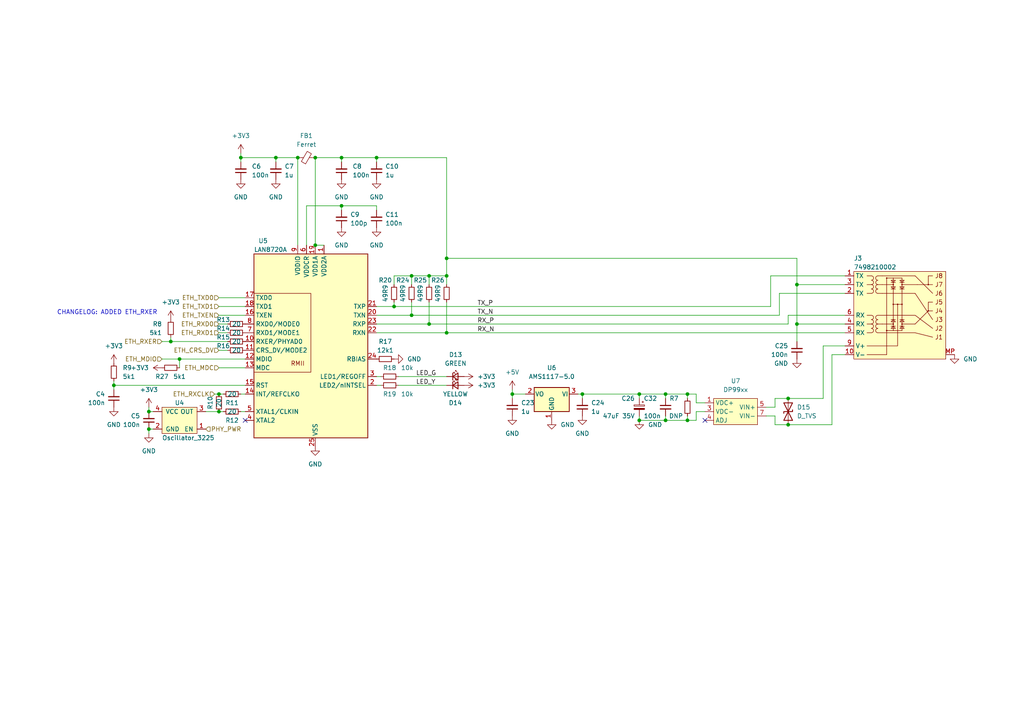
<source format=kicad_sch>
(kicad_sch (version 20211123) (generator eeschema)
  (paper "A4")
  (lib_symbols
    (symbol "Device:C_Polarized_Small" (pin_numbers hide) (pin_names (offset 0.254) hide)
      (property "Reference" "C" (at 0.254 1.778 0))
      (property "Value" "C_Polarized_Small" (at 0.254 -2.032 0))
      (symbol "C_Polarized_Small_0_1"
        (rectangle (start -1.524 -0.3048) (end 1.524 -0.6858) (fill (type outline)))
        (rectangle (start -1.524 0.6858) (end 1.524 0.3048))
        (polyline (pts (xy -1.27 1.524) (xy -0.762 1.524)))
        (polyline (pts (xy -1.016 1.27) (xy -1.016 1.778)))
      )
      (symbol "C_Polarized_Small_1_1"
        (pin passive line (at 0 2.54 270) (length 1.8542) (name "~") (number "1"))
        (pin passive line (at 0 -2.54 90) (length 1.8542) (name "~") (number "2"))
      )
    )
    (symbol "Device:C_Small" (pin_numbers hide) (pin_names (offset 0.254) hide)
      (property "Reference" "C" (at 0.254 1.778 0))
      (property "Value" "C_Small" (at 0.254 -2.032 0))
      (symbol "C_Small_0_1"
        (polyline (pts (xy -1.524 -0.508) (xy 1.524 -0.508)) (stroke (width 0.3302)))
        (polyline (pts (xy -1.524 0.508) (xy 1.524 0.508)) (stroke (width 0.3048)))
      )
      (symbol "C_Small_1_1"
        (pin passive line (at 0 2.54 270) (length 2.032) (name "~") (number "1"))
        (pin passive line (at 0 -2.54 90) (length 2.032) (name "~") (number "2"))
      )
    )
    (symbol "Device:D_TVS" (pin_numbers hide) (pin_names (offset 1.016) hide)
      (property "Reference" "D" (at 0 2.54 0))
      (property "Value" "D_TVS" (at 0 -2.54 0))
      (symbol "D_TVS_0_1"
        (polyline (pts (xy 1.27 0) (xy -1.27 0)))
        (polyline (pts (xy 0.508 1.27) (xy 0 1.27) (xy 0 -1.27) (xy -0.508 -1.27)) (stroke (width 0.254)))
        (polyline (pts (xy -2.54 1.27) (xy -2.54 -1.27) (xy 2.54 1.27) (xy 2.54 -1.27) (xy -2.54 1.27)) (stroke (width 0.254)))
      )
      (symbol "D_TVS_1_1"
        (pin passive line (at -3.81 0 0) (length 2.54) (name "A1") (number "1"))
        (pin passive line (at 3.81 0 180) (length 2.54) (name "A2") (number "2"))
      )
    )
    (symbol "Device:FerriteBead_Small" (pin_numbers hide) (pin_names (offset 0))
      (property "Reference" "FB" (at 1.905 1.27 0))
      (property "Value" "FerriteBead_Small" (at 1.905 -1.27 0))
      (symbol "FerriteBead_Small_0_1"
        (polyline (pts (xy 0 -1.27) (xy 0 -0.7874)))
        (polyline (pts (xy 0 0.889) (xy 0 1.2954)))
        (polyline (pts (xy -1.8288 0.2794) (xy -1.1176 1.4986) (xy 1.8288 -0.2032) (xy 1.1176 -1.4224) (xy -1.8288 0.2794)))
      )
      (symbol "FerriteBead_Small_1_1"
        (pin passive line (at 0 2.54 270) (length 1.27) (name "~") (number "1"))
        (pin passive line (at 0 -2.54 90) (length 1.27) (name "~") (number "2"))
      )
    )
    (symbol "Device:LED_Small" (pin_numbers hide) (pin_names (offset 0.254) hide)
      (property "Reference" "D" (at -1.27 3.175 0))
      (property "Value" "LED_Small" (at -4.445 -2.54 0))
      (symbol "LED_Small_0_1"
        (polyline (pts (xy -0.762 -1.016) (xy -0.762 1.016)) (stroke (width 0.254)))
        (polyline (pts (xy 1.016 0) (xy -0.762 0)))
        (polyline (pts (xy 0.762 -1.016) (xy -0.762 0) (xy 0.762 1.016) (xy 0.762 -1.016)) (stroke (width 0.254)))
        (polyline (pts (xy 0 0.762) (xy -0.508 1.27) (xy -0.254 1.27) (xy -0.508 1.27) (xy -0.508 1.016)))
        (polyline (pts (xy 0.508 1.27) (xy 0 1.778) (xy 0.254 1.778) (xy 0 1.778) (xy 0 1.524)))
      )
      (symbol "LED_Small_1_1"
        (pin passive line (at -2.54 0 0) (length 1.778) (name "K") (number "1"))
        (pin passive line (at 2.54 0 180) (length 1.778) (name "A") (number "2"))
      )
    )
    (symbol "Device:R_Small" (pin_numbers hide) (pin_names (offset 0.254) hide)
      (property "Reference" "R" (at 0.762 0.508 0))
      (property "Value" "R_Small" (at 0.762 -1.016 0))
      (symbol "R_Small_0_1"
        (rectangle (start -0.762 1.778) (end 0.762 -1.778) (stroke (width 0.2032)))
      )
      (symbol "R_Small_1_1"
        (pin passive line (at 0 2.54 270) (length 0.762) (name "~") (number "1"))
        (pin passive line (at 0 -2.54 90) (length 0.762) (name "~") (number "2"))
      )
    )
    (symbol "Interface_Ethernet:LAN8720A"
      (property "Reference" "U" (at -13.97 29.21 0))
      (property "Value" "LAN8720A" (at 15.24 29.21 0))
      (symbol "LAN8720A_0_0"
        (text "RMII" (at -5.08 -3.81 0) (effects (font (size 1.27 1.27))))
      )
      (symbol "LAN8720A_0_1"
        (rectangle (start -17.78 27.94) (end 15.24 -25.4) (stroke (width 0.254)) (fill (type background)))
        (polyline (pts (xy -17.78 -6.35) (xy -1.27 -6.35) (xy -1.27 16.51) (xy -17.78 16.51)))
      )
      (symbol "LAN8720A_1_1"
        (pin power_in line (at 2.54 30.48 270) (length 2.54) (name "VDD2A") (number "1"))
        (pin output line (at -20.32 2.54 0) (length 2.54) (name "RXER/PHYAD0") (number "10"))
        (pin output line (at -20.32 0 0) (length 2.54) (name "CRS_DV/MODE2") (number "11"))
        (pin bidirectional line (at -20.32 -2.54 0) (length 2.54) (name "MDIO") (number "12"))
        (pin input line (at -20.32 -5.08 0) (length 2.54) (name "MDC") (number "13"))
        (pin output line (at -20.32 -12.7 0) (length 2.54) (name "INT/REFCLKO") (number "14"))
        (pin input line (at -20.32 -10.16 0) (length 2.54) (name "RST") (number "15"))
        (pin input line (at -20.32 10.16 0) (length 2.54) (name "TXEN") (number "16"))
        (pin input line (at -20.32 15.24 0) (length 2.54) (name "TXD0") (number "17"))
        (pin input line (at -20.32 12.7 0) (length 2.54) (name "TXD1") (number "18"))
        (pin power_in line (at 0 30.48 270) (length 2.54) (name "VDD1A") (number "19"))
        (pin bidirectional line (at 17.78 -10.16 180) (length 2.54) (name "LED2/nINTSEL") (number "2"))
        (pin output line (at 17.78 10.16 180) (length 2.54) (name "TXN") (number "20"))
        (pin output line (at 17.78 12.7 180) (length 2.54) (name "TXP") (number "21"))
        (pin output line (at 17.78 5.08 180) (length 2.54) (name "RXN") (number "22"))
        (pin output line (at 17.78 7.62 180) (length 2.54) (name "RXP") (number "23"))
        (pin input line (at 17.78 -2.54 180) (length 2.54) (name "RBIAS") (number "24"))
        (pin power_in line (at 0 -27.94 90) (length 2.54) (name "VSS") (number "25"))
        (pin bidirectional line (at 17.78 -7.62 180) (length 2.54) (name "LED1/REGOFF") (number "3"))
        (pin passive line (at -20.32 -20.32 0) (length 2.54) (name "XTAL2") (number "4"))
        (pin passive line (at -20.32 -17.78 0) (length 2.54) (name "XTAL1/CLKIN") (number "5"))
        (pin power_in line (at -2.54 30.48 270) (length 2.54) (name "VDDCR") (number "6"))
        (pin output line (at -20.32 5.08 0) (length 2.54) (name "RXD1/MODE1") (number "7"))
        (pin output line (at -20.32 7.62 0) (length 2.54) (name "RXD0/MODE0") (number "8"))
        (pin power_in line (at -5.08 30.48 270) (length 2.54) (name "VDDIO") (number "9"))
      )
    )
    (symbol "Regulator_Linear:AMS1117-5.0" (pin_names (offset 0.254))
      (property "Reference" "U" (at -3.81 3.175 0))
      (property "Value" "AMS1117-5.0" (at 0 3.175 0))
      (symbol "AMS1117-5.0_0_1"
        (rectangle (start -5.08 -5.08) (end 5.08 1.905) (stroke (width 0.254)) (fill (type background)))
      )
      (symbol "AMS1117-5.0_1_1"
        (pin power_in line (at 0 -7.62 90) (length 2.54) (name "GND") (number "1"))
        (pin power_out line (at 7.62 0 180) (length 2.54) (name "VO") (number "2"))
        (pin power_in line (at -7.62 0 0) (length 2.54) (name "VI") (number "3"))
      )
    )
    (symbol "otter:+5V" (power) (pin_names (offset 0))
      (property "Value" "+5V" (at 0 3.556 0))
      (symbol "+5V_0_1"
        (polyline (pts (xy -0.762 1.27) (xy 0 2.54)))
        (polyline (pts (xy 0 0) (xy 0 2.54)))
        (polyline (pts (xy 0 2.54) (xy 0.762 1.27)))
      )
      (symbol "+5V_1_1"
        (pin power_in line (at 0 0 90) (length 0) hide (name "+5V") (number "1"))
      )
    )
    (symbol "otter:7498210002"
      (property "Reference" "J" (at 0 16.51 0))
      (property "Value" "7498210002" (at 0 13.97 0))
      (symbol "7498210002_0_0"
        (text "J1" (at 12.065 -6.35 0) (effects (font (size 1.27 1.27)) (justify left)))
        (text "J2" (at 12.065 -3.81 0) (effects (font (size 1.27 1.27)) (justify left)))
        (text "J3" (at 12.065 -1.27 0) (effects (font (size 1.27 1.27)) (justify left)))
        (text "J4" (at 12.065 1.27 0) (effects (font (size 1.27 1.27)) (justify left)))
        (text "J5" (at 12.065 3.81 0) (effects (font (size 1.27 1.27)) (justify left)))
        (text "J6" (at 12.065 6.35 0) (effects (font (size 1.27 1.27)) (justify left)))
        (text "J7" (at 12.065 8.89 0) (effects (font (size 1.27 1.27)) (justify left)))
        (text "J8" (at 12.065 11.43 0) (effects (font (size 1.27 1.27)) (justify left)))
      )
      (symbol "7498210002_0_1"
        (rectangle (start -11.43 12.7) (end 15.24 -12.7) (fill (type background)))
        (arc (start -6.35 -3.81) (mid -5.7262 -3.175) (end -6.35 -2.54))
        (arc (start -6.3387 -5.08) (mid -5.7149 -4.445) (end -6.3387 -3.81))
        (arc (start -6.3387 -2.54) (mid -5.7149 -1.905) (end -6.3387 -1.27))
        (arc (start -6.3387 -1.27) (mid -5.7149 -0.635) (end -6.3387 0))
        (arc (start -6.3387 7.62) (mid -5.7149 8.255) (end -6.3387 8.89))
        (arc (start -6.3274 6.35) (mid -5.7036 6.985) (end -6.3274 7.62))
        (arc (start -6.3274 8.89) (mid -5.7036 9.525) (end -6.3274 10.16))
        (arc (start -6.3274 10.16) (mid -5.7036 10.795) (end -6.3274 11.43))
        (arc (start -4.4676 -3.81) (mid -5.0914 -4.445) (end -4.4676 -5.08))
        (arc (start -4.4676 -2.54) (mid -5.0914 -3.175) (end -4.4676 -3.81))
        (arc (start -4.4676 0) (mid -5.0914 -0.635) (end -4.4676 -1.27))
        (arc (start -4.4676 7.62) (mid -5.0914 6.985) (end -4.4676 6.35))
        (arc (start -4.4676 8.89) (mid -5.0914 8.255) (end -4.4676 7.62))
        (arc (start -4.4676 11.43) (mid -5.0914 10.795) (end -4.4676 10.16))
        (arc (start -4.4563 -1.27) (mid -5.0801 -1.905) (end -4.4563 -2.54))
        (arc (start -4.4563 10.16) (mid -5.0801 9.525) (end -4.4563 8.89))
        (circle (center -1.905 -4.445) (radius 0.1415))
        (circle (center -1.905 10.795) (radius 0.1415))
        (circle (center 0 -2.54) (radius 0.1415))
        (polyline (pts (xy -7.62 -11.43) (xy -1.905 -11.43)))
        (polyline (pts (xy -7.62 -5.08) (xy -6.35 -5.08)))
        (polyline (pts (xy -7.62 -2.54) (xy -6.35 -2.54)))
        (polyline (pts (xy -7.62 0) (xy -6.35 0)))
        (polyline (pts (xy -7.62 6.35) (xy -6.35 6.35)))
        (polyline (pts (xy -7.62 8.89) (xy -6.35 8.89)))
        (polyline (pts (xy -7.62 11.43) (xy -6.35 11.43)))
        (polyline (pts (xy -4.445 -5.08) (xy -3.175 -5.08)))
        (polyline (pts (xy -4.445 -2.54) (xy -3.175 -2.54)))
        (polyline (pts (xy -4.445 0) (xy -3.175 0)))
        (polyline (pts (xy -4.445 6.35) (xy -3.175 6.35)))
        (polyline (pts (xy -4.445 8.89) (xy -3.175 8.89)))
        (polyline (pts (xy -4.445 11.43) (xy -3.175 11.43)))
        (polyline (pts (xy -3.175 -5.08) (xy 6.35 -5.08)))
        (polyline (pts (xy -3.175 -2.54) (xy 0 -2.54)))
        (polyline (pts (xy -3.175 0) (xy 6.35 0)))
        (polyline (pts (xy -3.175 6.35) (xy 6.35 6.35)))
        (polyline (pts (xy -3.175 8.89) (xy 0 8.89)))
        (polyline (pts (xy -3.175 11.43) (xy 6.35 11.43)))
        (polyline (pts (xy -0.635 -3.175) (xy 0.635 -3.175)))
        (polyline (pts (xy -0.635 -1.27) (xy 0.635 -1.27)))
        (polyline (pts (xy 0 -4.445) (xy -1.905 -4.445)))
        (polyline (pts (xy 0 -0.635) (xy 0 -4.445)))
        (polyline (pts (xy 0 -0.635) (xy 0 6.985)))
        (polyline (pts (xy 0 3.175) (xy 2.54 3.175)))
        (polyline (pts (xy 0 6.985) (xy 0 10.795)))
        (polyline (pts (xy 0.635 7.62) (xy -0.635 7.62)))
        (polyline (pts (xy 0.635 9.525) (xy -0.635 9.525)))
        (polyline (pts (xy 1.905 -3.175) (xy 3.175 -3.175)))
        (polyline (pts (xy 1.905 -1.27) (xy 3.175 -1.27)))
        (polyline (pts (xy 2.54 -4.445) (xy 0 -4.445)))
        (polyline (pts (xy 2.54 -0.635) (xy 2.54 -4.445)))
        (polyline (pts (xy 2.54 6.985) (xy 2.54 -0.635)))
        (polyline (pts (xy 2.54 6.985) (xy 2.54 10.795)))
        (polyline (pts (xy 2.54 8.89) (xy 6.985 8.89)))
        (polyline (pts (xy 2.54 10.795) (xy 0 10.795)))
        (polyline (pts (xy 3.175 7.62) (xy 1.905 7.62)))
        (polyline (pts (xy 3.175 9.525) (xy 1.905 9.525)))
        (polyline (pts (xy 6.35 -5.08) (xy 11.43 -6.35)))
        (polyline (pts (xy 6.35 -2.54) (xy 2.54 -2.54)))
        (polyline (pts (xy 6.35 -2.54) (xy 10.16 1.27)))
        (polyline (pts (xy 6.35 0) (xy 11.43 -3.81)))
        (polyline (pts (xy 6.35 6.35) (xy 11.43 -1.27)))
        (polyline (pts (xy 6.35 11.43) (xy 11.43 6.35)))
        (polyline (pts (xy 6.985 8.89) (xy 10.16 8.89)))
        (polyline (pts (xy -7.62 -8.89) (xy 1.27 -8.89) (xy 1.27 3.175)))
        (polyline (pts (xy 0 10.795) (xy -1.905 10.795) (xy -1.905 -11.43)))
        (polyline (pts (xy 0 -3.175) (xy -0.635 -3.81) (xy 0.635 -3.81) (xy 0 -3.175)))
        (polyline (pts (xy 0 -1.27) (xy -0.635 -1.905) (xy 0.635 -1.905) (xy 0 -1.27)))
        (polyline (pts (xy 0 7.62) (xy 0.635 8.255) (xy -0.635 8.255) (xy 0 7.62)))
        (polyline (pts (xy 0 9.525) (xy 0.635 10.16) (xy -0.635 10.16) (xy 0 9.525)))
        (polyline (pts (xy 2.54 -3.175) (xy 1.905 -3.81) (xy 3.175 -3.81) (xy 2.54 -3.175)))
        (polyline (pts (xy 2.54 -1.27) (xy 1.905 -1.905) (xy 3.175 -1.905) (xy 2.54 -1.27)))
        (polyline (pts (xy 2.54 7.62) (xy 3.175 8.255) (xy 1.905 8.255) (xy 2.54 7.62)))
        (polyline (pts (xy 2.54 9.525) (xy 3.175 10.16) (xy 1.905 10.16) (xy 2.54 9.525)))
        (polyline (pts (xy 11.43 3.81) (xy 10.16 3.81) (xy 10.16 1.27) (xy 11.43 1.27)))
        (polyline (pts (xy 11.43 11.43) (xy 10.16 11.43) (xy 10.16 8.89) (xy 11.43 8.89)))
        (circle (center 0 3.175) (radius 0.1415))
        (circle (center 0 8.89) (radius 0.1415))
        (circle (center 1.27 3.175) (radius 0.1415))
        (circle (center 2.54 -2.54) (radius 0.1415))
        (circle (center 2.54 3.175) (radius 0.1415))
        (circle (center 2.54 8.89) (radius 0.1415))
        (circle (center 10.16 1.27) (radius 0.1415))
        (circle (center 10.16 8.89) (radius 0.1415))
      )
      (symbol "7498210002_1_1"
        (pin input line (at -13.97 11.43 0) (length 2.54) (name "TX") (number "1"))
        (pin input line (at -13.97 -11.43 0) (length 2.54) (name "V-") (number "10"))
        (pin input line (at -13.97 6.35 0) (length 2.54) (name "TX") (number "2"))
        (pin input line (at -13.97 8.89 0) (length 2.54) (name "TX") (number "3"))
        (pin input line (at -13.97 -2.54 0) (length 2.54) (name "RX") (number "4"))
        (pin input line (at -13.97 -5.08 0) (length 2.54) (name "RX") (number "5"))
        (pin input line (at -13.97 0 0) (length 2.54) (name "RX") (number "6"))
        (pin input line (at -13.97 -8.89 0) (length 2.54) (name "V+") (number "9"))
        (pin input line (at 17.78 -11.43 180) (length 2.54) (name "") (number "MP"))
      )
    )
    (symbol "otter:DP99xx"
      (property "Reference" "U" (at 0 7.62 0))
      (property "Value" "DP99xx" (at 0 5.08 0))
      (symbol "DP99xx_0_1"
        (rectangle (start -6.35 3.81) (end 6.35 -3.81) (fill (type background)))
      )
      (symbol "DP99xx_1_1"
        (pin input line (at 8.89 2.54 180) (length 2.54) (name "VDC+") (number "1"))
        (pin input line (at 8.89 2.54 180) (length 2.54) hide (name "VDC+") (number "2"))
        (pin input line (at 8.89 0 180) (length 2.54) (name "VDC-") (number "3"))
        (pin input line (at 8.89 -2.54 180) (length 2.54) (name "ADJ") (number "4"))
        (pin input line (at -8.89 1.27 0) (length 2.54) (name "VIN+") (number "5"))
        (pin input line (at -8.89 1.27 0) (length 2.54) hide (name "VIN+") (number "6"))
        (pin input line (at -8.89 -1.27 0) (length 2.54) (name "VIN-") (number "7"))
        (pin input line (at -8.89 -1.27 0) (length 2.54) hide (name "VIN-") (number "8"))
      )
    )
    (symbol "otter:GND" (power) (pin_names (offset 0))
      (property "Value" "GND" (at 0 -3.81 0))
      (symbol "GND_0_1"
        (polyline (pts (xy 0 0) (xy 0 -1.27) (xy 1.27 -1.27) (xy 0 -2.54) (xy -1.27 -1.27) (xy 0 -1.27)))
      )
      (symbol "GND_1_1"
        (pin power_in line (at 0 0 270) (length 0) hide (name "GND") (number "1"))
      )
    )
    (symbol "otter:Oscillator_3225" (pin_names (offset 1.016))
      (property "Reference" "U" (at 0 7.62 0))
      (property "Value" "Oscillator_3225" (at 0 5.08 0))
      (symbol "Oscillator_3225_0_1"
        (rectangle (start -5.08 3.81) (end 5.08 -3.81) (fill (type background)))
      )
      (symbol "Oscillator_3225_1_1"
        (pin input line (at 7.62 -2.54 180) (length 2.54) (name "EN") (number "1"))
        (pin input line (at -7.62 -2.54 0) (length 2.54) (name "GND") (number "2"))
        (pin input line (at 7.62 2.54 180) (length 2.54) (name "OUT") (number "3"))
        (pin input line (at -7.62 2.54 0) (length 2.54) (name "VCC") (number "4"))
      )
    )
    (symbol "power:+3V3" (power) (pin_names (offset 0))
      (property "Value" "+3V3" (at 0 3.556 0))
      (symbol "+3V3_0_1"
        (polyline (pts (xy -0.762 1.27) (xy 0 2.54)))
        (polyline (pts (xy 0 0) (xy 0 2.54)))
        (polyline (pts (xy 0 2.54) (xy 0.762 1.27)))
      )
      (symbol "+3V3_1_1"
        (pin power_in line (at 0 0 90) (length 0) hide (name "+3V3") (number "1"))
      )
    )
  )
  (junction (at 80.01 45.72))
  (junction (at 114.3 88.9))
  (junction (at 193.04 114.3))
  (junction (at 49.53 99.06))
  (junction (at 63.5 114.3))
  (junction (at 63.5 119.38))
  (junction (at 185.42 121.92))
  (junction (at 109.22 45.72))
  (junction (at 168.91 114.3))
  (junction (at 193.04 121.92))
  (junction (at 99.06 59.69))
  (junction (at 91.44 45.72))
  (junction (at 129.54 74.93))
  (junction (at 43.18 124.46))
  (junction (at 185.42 114.3))
  (junction (at 231.14 93.98))
  (junction (at 148.59 114.3))
  (junction (at 52.07 104.14))
  (junction (at 119.38 91.44))
  (junction (at 119.38 80.01))
  (junction (at 124.46 93.98))
  (junction (at 199.39 121.92))
  (junction (at 99.06 45.72))
  (junction (at 231.14 82.55))
  (junction (at 199.39 114.3))
  (junction (at 33.02 111.76))
  (junction (at 86.36 45.72))
  (junction (at 129.54 96.52))
  (junction (at 43.18 119.38))
  (junction (at 228.6 115.57))
  (junction (at 69.85 45.72))
  (junction (at 129.54 80.01))
  (junction (at 91.44 71.12))
  (junction (at 124.46 80.01))
  (junction (at 228.6 123.19))
  (no_connect (at 204.47 121.92))
  (no_connect (at 71.12 121.92))
  (wire (pts (xy 124.46 82.55) (xy 124.46 80.01)))
  (wire (pts (xy 114.3 88.9) (xy 223.52 88.9)))
  (wire (pts (xy 199.39 121.92) (xy 193.04 121.92)))
  (wire (pts (xy 33.02 111.76) (xy 33.02 110.49)))
  (wire (pts (xy 62.23 114.3) (xy 63.5 114.3)))
  (wire (pts (xy 168.91 115.57) (xy 168.91 114.3)))
  (wire (pts (xy 148.59 114.3) (xy 148.59 113.03)))
  (wire (pts (xy 222.25 120.65) (xy 224.79 120.65)))
  (wire (pts (xy 245.11 82.55) (xy 231.14 82.55)))
  (wire (pts (xy 185.42 121.92) (xy 185.42 120.65)))
  (wire (pts (xy 199.39 114.3) (xy 193.04 114.3)))
  (wire (pts (xy 193.04 115.57) (xy 193.04 114.3)))
  (wire (pts (xy 238.76 100.33) (xy 245.11 100.33)))
  (wire (pts (xy 129.54 80.01) (xy 129.54 82.55)))
  (wire (pts (xy 110.49 111.76) (xy 109.22 111.76)))
  (wire (pts (xy 63.5 88.9) (xy 71.12 88.9)))
  (wire (pts (xy 52.07 104.14) (xy 71.12 104.14)))
  (wire (pts (xy 44.45 119.38) (xy 43.18 119.38)))
  (wire (pts (xy 110.49 109.22) (xy 109.22 109.22)))
  (wire (pts (xy 199.39 115.57) (xy 199.39 114.3)))
  (wire (pts (xy 152.4 114.3) (xy 148.59 114.3)))
  (wire (pts (xy 168.91 114.3) (xy 167.64 114.3)))
  (wire (pts (xy 114.3 80.01) (xy 114.3 82.55)))
  (wire (pts (xy 64.77 114.3) (xy 63.5 114.3)))
  (wire (pts (xy 63.5 86.36) (xy 71.12 86.36)))
  (wire (pts (xy 228.6 91.44) (xy 228.6 93.98)))
  (wire (pts (xy 66.04 96.52) (xy 63.5 96.52)))
  (wire (pts (xy 109.22 45.72) (xy 99.06 45.72)))
  (wire (pts (xy 44.45 124.46) (xy 43.18 124.46)))
  (wire (pts (xy 245.11 85.09) (xy 226.06 85.09)))
  (wire (pts (xy 66.04 99.06) (xy 49.53 99.06)))
  (wire (pts (xy 88.9 59.69) (xy 88.9 71.12)))
  (wire (pts (xy 231.14 82.55) (xy 231.14 93.98)))
  (wire (pts (xy 245.11 80.01) (xy 223.52 80.01)))
  (wire (pts (xy 129.54 111.76) (xy 115.57 111.76)))
  (wire (pts (xy 64.77 119.38) (xy 63.5 119.38)))
  (wire (pts (xy 91.44 45.72) (xy 91.44 71.12)))
  (wire (pts (xy 231.14 74.93) (xy 129.54 74.93)))
  (wire (pts (xy 193.04 120.65) (xy 193.04 121.92)))
  (wire (pts (xy 63.5 91.44) (xy 71.12 91.44)))
  (wire (pts (xy 231.14 74.93) (xy 231.14 82.55)))
  (wire (pts (xy 148.59 114.3) (xy 148.59 115.57)))
  (wire (pts (xy 119.38 82.55) (xy 119.38 80.01)))
  (wire (pts (xy 109.22 46.99) (xy 109.22 45.72)))
  (wire (pts (xy 201.93 116.84) (xy 204.47 116.84)))
  (wire (pts (xy 43.18 118.11) (xy 43.18 119.38)))
  (wire (pts (xy 223.52 80.01) (xy 223.52 88.9)))
  (wire (pts (xy 69.85 46.99) (xy 69.85 45.72)))
  (wire (pts (xy 224.79 120.65) (xy 224.79 123.19)))
  (wire (pts (xy 201.93 116.84) (xy 201.93 114.3)))
  (wire (pts (xy 129.54 96.52) (xy 245.11 96.52)))
  (wire (pts (xy 193.04 121.92) (xy 185.42 121.92)))
  (wire (pts (xy 109.22 45.72) (xy 129.54 45.72)))
  (wire (pts (xy 33.02 111.76) (xy 71.12 111.76)))
  (wire (pts (xy 69.85 114.3) (xy 71.12 114.3)))
  (wire (pts (xy 228.6 123.19) (xy 241.3 123.19)))
  (wire (pts (xy 49.53 99.06) (xy 46.99 99.06)))
  (wire (pts (xy 245.11 93.98) (xy 231.14 93.98)))
  (wire (pts (xy 109.22 96.52) (xy 129.54 96.52)))
  (wire (pts (xy 66.04 93.98) (xy 63.5 93.98)))
  (wire (pts (xy 43.18 125.73) (xy 43.18 124.46)))
  (wire (pts (xy 226.06 85.09) (xy 226.06 91.44)))
  (wire (pts (xy 115.57 109.22) (xy 129.54 109.22)))
  (wire (pts (xy 99.06 46.99) (xy 99.06 45.72)))
  (wire (pts (xy 168.91 114.3) (xy 185.42 114.3)))
  (wire (pts (xy 49.53 97.79) (xy 49.53 99.06)))
  (wire (pts (xy 86.36 71.12) (xy 86.36 45.72)))
  (wire (pts (xy 224.79 123.19) (xy 228.6 123.19)))
  (wire (pts (xy 69.85 44.45) (xy 69.85 45.72)))
  (wire (pts (xy 245.11 91.44) (xy 228.6 91.44)))
  (wire (pts (xy 114.3 87.63) (xy 114.3 88.9)))
  (wire (pts (xy 228.6 115.57) (xy 238.76 115.57)))
  (wire (pts (xy 241.3 102.87) (xy 241.3 123.19)))
  (wire (pts (xy 99.06 45.72) (xy 91.44 45.72)))
  (wire (pts (xy 109.22 88.9) (xy 114.3 88.9)))
  (wire (pts (xy 199.39 120.65) (xy 199.39 121.92)))
  (wire (pts (xy 109.22 91.44) (xy 119.38 91.44)))
  (wire (pts (xy 201.93 119.38) (xy 201.93 121.92)))
  (wire (pts (xy 224.79 118.11) (xy 222.25 118.11)))
  (wire (pts (xy 224.79 118.11) (xy 224.79 115.57)))
  (wire (pts (xy 129.54 87.63) (xy 129.54 96.52)))
  (wire (pts (xy 201.93 121.92) (xy 199.39 121.92)))
  (wire (pts (xy 241.3 102.87) (xy 245.11 102.87)))
  (wire (pts (xy 124.46 80.01) (xy 129.54 80.01)))
  (wire (pts (xy 33.02 113.03) (xy 33.02 111.76)))
  (wire (pts (xy 224.79 115.57) (xy 228.6 115.57)))
  (wire (pts (xy 193.04 114.3) (xy 185.42 114.3)))
  (wire (pts (xy 52.07 106.68) (xy 52.07 104.14)))
  (wire (pts (xy 71.12 119.38) (xy 69.85 119.38)))
  (wire (pts (xy 129.54 74.93) (xy 129.54 45.72)))
  (wire (pts (xy 114.3 80.01) (xy 119.38 80.01)))
  (wire (pts (xy 129.54 80.01) (xy 129.54 74.93)))
  (wire (pts (xy 80.01 46.99) (xy 80.01 45.72)))
  (wire (pts (xy 109.22 59.69) (xy 99.06 59.69)))
  (wire (pts (xy 46.99 104.14) (xy 52.07 104.14)))
  (wire (pts (xy 201.93 119.38) (xy 204.47 119.38)))
  (wire (pts (xy 119.38 80.01) (xy 124.46 80.01)))
  (wire (pts (xy 99.06 60.96) (xy 99.06 59.69)))
  (wire (pts (xy 80.01 45.72) (xy 69.85 45.72)))
  (wire (pts (xy 119.38 87.63) (xy 119.38 91.44)))
  (wire (pts (xy 59.69 119.38) (xy 63.5 119.38)))
  (wire (pts (xy 86.36 45.72) (xy 80.01 45.72)))
  (wire (pts (xy 231.14 93.98) (xy 231.14 99.06)))
  (wire (pts (xy 99.06 59.69) (xy 88.9 59.69)))
  (wire (pts (xy 109.22 60.96) (xy 109.22 59.69)))
  (wire (pts (xy 124.46 93.98) (xy 228.6 93.98)))
  (wire (pts (xy 201.93 114.3) (xy 199.39 114.3)))
  (wire (pts (xy 91.44 71.12) (xy 93.98 71.12)))
  (wire (pts (xy 124.46 87.63) (xy 124.46 93.98)))
  (wire (pts (xy 66.04 101.6) (xy 63.5 101.6)))
  (wire (pts (xy 109.22 93.98) (xy 124.46 93.98)))
  (wire (pts (xy 71.12 106.68) (xy 63.5 106.68)))
  (wire (pts (xy 119.38 91.44) (xy 226.06 91.44)))
  (wire (pts (xy 185.42 114.3) (xy 185.42 115.57)))
  (wire (pts (xy 238.76 100.33) (xy 238.76 115.57)))
  (text "CHANGELOG: ADDED ETH_RXER\n" (at 16.51 91.44 0) (effects (font (size 1.27 1.27)) (justify left bottom)))
  (label "LED_Y" (at 120.65 111.76 0))
  (label "TX_P" (at 138.43 88.9 0))
  (label "RX_N" (at 138.43 96.52 0))
  (label "LED_G" (at 120.65 109.22 0))
  (label "RX_P" (at 138.43 93.98 0))
  (label "TX_N" (at 138.43 91.44 0))
  (hierarchical_label "ETH_TXD0" (shape input) (at 63.5 86.36 180))
  (hierarchical_label "ETH_RXER" (shape input) (at 46.99 99.06 180))
  (hierarchical_label "ETH_TXD1" (shape input) (at 63.5 88.9 180))
  (hierarchical_label "ETH_RXD1" (shape input) (at 63.5 96.52 180))
  (hierarchical_label "ETH_RXCLK" (shape input) (at 62.23 114.3 180))
  (hierarchical_label "ETH_MDC" (shape input) (at 63.5 106.68 180))
  (hierarchical_label "ETH_MDIO" (shape input) (at 46.99 104.14 180))
  (hierarchical_label "ETH_TXEN" (shape input) (at 63.5 91.44 180))
  (hierarchical_label "PHY_PWR" (shape input) (at 59.69 124.46 0))
  (hierarchical_label "ETH_RXD0" (shape input) (at 63.5 93.98 180))
  (hierarchical_label "ETH_CRS_DV" (shape input) (at 63.5 101.6 180))
  (symbol (lib_id "Device:R_Small") (at 113.03 109.22 90) (unit 1)
    (property "Reference" "R18" (at 113.03 106.68 90))
    (property "Value" "10k" (at 118.11 106.68 90))
    (property "Footprint" "otter:R_0402" (effects hide))
  )
  (symbol (lib_id "otter:GND") (at 80.01 52.07 0) (unit 1)
    (property "Reference" "#PWR0167" (effects hide))
    (property "Value" "GND" (at 80.01 57.15 0))
  )
  (symbol (lib_id "otter:GND") (at 231.14 104.14 0) (unit 1)
    (property "Reference" "#PWR0111" (effects hide))
    (property "Value" "GND" (at 228.6 105.4099 0) (effects (justify right)))
  )
  (symbol (lib_id "otter:GND") (at 160.02 121.92 0) (unit 1)
    (property "Reference" "#PWR0157" (effects hide))
    (property "Value" "GND" (at 162.56 123.1899 0) (effects (justify left)))
  )
  (symbol (lib_id "Device:C_Small") (at 69.85 49.53 180) (unit 1)
    (property "Reference" "C6" (at 73.025 48.2535 0) (effects (justify right)))
    (property "Value" "100n" (at 73.025 50.7935 0) (effects (justify right)))
    (property "Footprint" "otter:C_0402" (effects hide))
  )
  (symbol (lib_id "Device:R_Small") (at 67.31 119.38 270) (unit 1)
    (property "Reference" "R12" (at 67.31 121.92 90))
    (property "Value" "20" (at 67.31 119.38 90))
    (property "Footprint" "otter:R_0402" (effects hide))
  )
  (symbol (lib_id "power:+3V3") (at 43.18 118.11 0) (unit 1)
    (property "Reference" "#PWR0120" (effects hide))
    (property "Value" "+3V3" (at 43.18 113.03 0))
  )
  (symbol (lib_id "Device:C_Small") (at 80.01 49.53 180) (unit 1)
    (property "Reference" "C7" (at 82.55 48.2535 0) (effects (justify right)))
    (property "Value" "1u" (at 82.55 50.7935 0) (effects (justify right)))
    (property "Footprint" "otter:C_0603" (effects hide))
  )
  (symbol (lib_id "Device:R_Small") (at 111.76 104.14 90) (unit 1)
    (property "Reference" "R17" (at 111.76 99.06 90))
    (property "Value" "12k1" (at 111.76 101.6 90))
    (property "Footprint" "otter:R_0402" (effects hide))
  )
  (symbol (lib_id "otter:+5V") (at 148.59 113.03 0) (unit 1)
    (property "Reference" "#PWR0155" (effects hide))
    (property "Value" "+5V" (at 148.59 107.95 0))
  )
  (symbol (lib_id "Device:R_Small") (at 68.58 101.6 270) (unit 1)
    (property "Reference" "R16" (at 64.77 100.33 90))
    (property "Value" "20" (at 68.58 101.6 90))
    (property "Footprint" "otter:R_0402" (effects hide))
  )
  (symbol (lib_id "Device:C_Small") (at 99.06 63.5 180) (unit 1)
    (property "Reference" "C9" (at 101.6 62.2235 0) (effects (justify right)))
    (property "Value" "100p" (at 101.6 64.7635 0) (effects (justify right)))
    (property "Footprint" "otter:C_0402" (effects hide))
  )
  (symbol (lib_id "otter:GND") (at 99.06 52.07 0) (unit 1)
    (property "Reference" "#PWR0169" (effects hide))
    (property "Value" "GND" (at 99.06 57.15 0))
  )
  (symbol (lib_id "power:+3V3") (at 33.02 105.41 0) (unit 1)
    (property "Reference" "#PWR0113" (effects hide))
    (property "Value" "+3V3" (at 33.02 100.33 0))
  )
  (symbol (lib_id "otter:DP99xx") (at 213.36 119.38 0) (mirror y) (unit 1)
    (property "Reference" "U7" (at 213.36 110.49 0))
    (property "Value" "DP99xx" (at 213.36 113.03 0))
    (property "Footprint" "otter:DP99xx" (effects hide))
  )
  (symbol (lib_id "Device:C_Small") (at 168.91 118.11 180) (unit 1)
    (property "Reference" "C24" (at 171.45 116.8335 0) (effects (justify right)))
    (property "Value" "1u" (at 171.45 119.3735 0) (effects (justify right)))
    (property "Footprint" "otter:C_0603" (effects hide))
  )
  (symbol (lib_id "Device:R_Small") (at 129.54 85.09 0) (unit 1)
    (property "Reference" "R26" (at 127 81.28 0))
    (property "Value" "49R9" (at 127 85.09 90))
    (property "Footprint" "otter:R_0402" (effects hide))
  )
  (symbol (lib_id "Device:R_Small") (at 68.58 96.52 270) (unit 1)
    (property "Reference" "R14" (at 64.77 95.25 90))
    (property "Value" "20" (at 68.58 96.52 90))
    (property "Footprint" "otter:R_0402" (effects hide))
  )
  (symbol (lib_id "Device:R_Small") (at 68.58 93.98 270) (unit 1)
    (property "Reference" "R13" (at 64.77 92.71 90))
    (property "Value" "20" (at 68.58 93.98 90))
    (property "Footprint" "otter:R_0402" (effects hide))
  )
  (symbol (lib_id "otter:GND") (at 69.85 52.07 0) (unit 1)
    (property "Reference" "#PWR0170" (effects hide))
    (property "Value" "GND" (at 69.85 57.15 0))
  )
  (symbol (lib_id "Device:LED_Small") (at 132.08 111.76 0) (unit 1)
    (property "Reference" "D14" (at 132.08 116.84 0))
    (property "Value" "YELLOW" (at 132.08 114.3 0))
    (property "Footprint" "otter:LED_0603_1608Metric" (effects hide))
  )
  (symbol (lib_id "Device:R_Small") (at 68.58 99.06 270) (unit 1)
    (property "Reference" "R15" (at 64.77 97.79 90))
    (property "Value" "20" (at 68.58 99.06 90))
    (property "Footprint" "otter:R_0402" (effects hide))
  )
  (symbol (lib_id "otter:GND") (at 114.3 104.14 90) (unit 1)
    (property "Reference" "#PWR0172" (effects hide))
    (property "Value" "GND" (at 118.11 104.1399 90) (effects (justify right)))
  )
  (symbol (lib_id "power:+3V3") (at 46.99 106.68 90) (unit 1)
    (property "Reference" "#PWR0110" (effects hide))
    (property "Value" "+3V3" (at 43.18 106.6799 90) (effects (justify left)))
  )
  (symbol (lib_id "otter:GND") (at 109.22 52.07 0) (unit 1)
    (property "Reference" "#PWR0168" (effects hide))
    (property "Value" "GND" (at 109.22 57.15 0))
  )
  (symbol (lib_id "otter:GND") (at 33.02 118.11 0) (unit 1)
    (property "Reference" "#PWR0121" (effects hide))
    (property "Value" "GND" (at 33.02 123.19 0))
  )
  (symbol (lib_id "otter:GND") (at 185.42 121.92 0) (unit 1)
    (property "Reference" "#PWR0160" (effects hide))
    (property "Value" "GND" (at 187.96 123.1899 0) (effects (justify left)))
  )
  (symbol (lib_id "Device:FerriteBead_Small") (at 88.9 45.72 90) (unit 1)
    (property "Reference" "FB1" (at 88.8619 39.37 90))
    (property "Value" "Ferret" (at 88.8619 41.91 90))
    (property "Footprint" "otter:R_0805" (effects hide))
  )
  (symbol (lib_id "otter:GND") (at 99.06 66.04 0) (unit 1)
    (property "Reference" "#PWR0122" (effects hide))
    (property "Value" "GND" (at 99.06 71.12 0))
  )
  (symbol (lib_id "power:+3V3") (at 134.62 111.76 270) (unit 1)
    (property "Reference" "#PWR0175" (effects hide))
    (property "Value" "+3V3" (at 138.43 111.7599 90) (effects (justify left)))
  )
  (symbol (lib_id "otter:GND") (at 168.91 120.65 0) (unit 1)
    (property "Reference" "#PWR0154" (effects hide))
    (property "Value" "GND" (at 168.91 125.73 0))
  )
  (symbol (lib_id "otter:GND") (at 43.18 125.73 0) (unit 1)
    (property "Reference" "#PWR0116" (effects hide))
    (property "Value" "GND" (at 43.18 130.81 0))
  )
  (symbol (lib_id "otter:GND") (at 91.44 129.54 0) (unit 1)
    (property "Reference" "#PWR0109" (effects hide))
    (property "Value" "GND" (at 91.44 134.62 0))
  )
  (symbol (lib_id "Device:R_Small") (at 33.02 107.95 180) (unit 1)
    (property "Reference" "R9" (at 35.56 106.6799 0) (effects (justify right)))
    (property "Value" "5k1" (at 35.56 109.2199 0) (effects (justify right)))
    (property "Footprint" "otter:R_0402" (effects hide))
  )
  (symbol (lib_id "Device:D_TVS") (at 228.6 119.38 270) (mirror x) (unit 1)
    (property "Reference" "D15" (at 231.14 118.1099 90) (effects (justify left)))
    (property "Value" "D_TVS" (at 231.14 120.6499 90) (effects (justify left)))
    (property "Footprint" "otter:SMAF" (effects hide))
  )
  (symbol (lib_id "Device:R_Small") (at 113.03 111.76 270) (unit 1)
    (property "Reference" "R19" (at 113.03 114.3 90))
    (property "Value" "10k" (at 118.11 114.3 90))
    (property "Footprint" "otter:R_0402" (effects hide))
  )
  (symbol (lib_id "Device:C_Polarized_Small") (at 185.42 118.11 0) (mirror y) (unit 1)
    (property "Reference" "C26" (at 184.15 115.57 0) (effects (justify left)))
    (property "Value" "47uF 35V" (at 184.15 120.65 0) (effects (justify left)))
    (property "Footprint" "otter:C_1812" (effects hide))
  )
  (symbol (lib_id "power:+3V3") (at 134.62 109.22 270) (unit 1)
    (property "Reference" "#PWR0176" (effects hide))
    (property "Value" "+3V3" (at 138.43 109.2199 90) (effects (justify left)))
  )
  (symbol (lib_id "Device:C_Small") (at 99.06 49.53 180) (unit 1)
    (property "Reference" "C8" (at 102.235 48.2535 0) (effects (justify right)))
    (property "Value" "100n" (at 102.235 50.7935 0) (effects (justify right)))
    (property "Footprint" "otter:C_0402" (effects hide))
  )
  (symbol (lib_id "Regulator_Linear:AMS1117-5.0") (at 160.02 114.3 0) (mirror y) (unit 1)
    (property "Reference" "U6" (at 160.02 106.68 0))
    (property "Value" "AMS1117-5.0" (at 160.02 109.22 0))
    (property "Footprint" "Package_TO_SOT_SMD:SOT-223-3_TabPin2" (effects hide))
    (property "Datasheet" "http://www.advanced-monolithic.com/pdf/ds1117.pdf" (effects hide))
  )
  (symbol (lib_id "otter:7498210002") (at 259.08 91.44 0) (unit 1)
    (property "Reference" "J3" (at 247.65 74.93 0) (effects (justify left)))
    (property "Value" "7498210002" (at 247.65 77.47 0) (effects (justify left)))
    (property "Footprint" "otter:7498210002" (effects hide))
  )
  (symbol (lib_id "Device:C_Small") (at 109.22 63.5 180) (unit 1)
    (property "Reference" "C11" (at 111.76 62.2235 0) (effects (justify right)))
    (property "Value" "100n" (at 111.76 64.7635 0) (effects (justify right)))
    (property "Footprint" "otter:C_0402" (effects hide))
  )
  (symbol (lib_id "Device:C_Small") (at 43.18 121.92 180) (unit 1)
    (property "Reference" "C5" (at 40.64 120.6435 0) (effects (justify left)))
    (property "Value" "100n" (at 40.64 123.1835 0) (effects (justify left)))
    (property "Footprint" "otter:C_0402" (effects hide))
  )
  (symbol (lib_id "Device:R_Small") (at 124.46 85.09 0) (unit 1)
    (property "Reference" "R25" (at 121.92 81.28 0))
    (property "Value" "49R9" (at 121.92 85.09 90))
    (property "Footprint" "otter:R_0402" (effects hide))
  )
  (symbol (lib_id "Device:R_Small") (at 63.5 116.84 180) (unit 1)
    (property "Reference" "R10" (at 60.96 116.84 90))
    (property "Value" "20" (at 63.5 116.84 90))
    (property "Footprint" "otter:R_0402" (effects hide))
  )
  (symbol (lib_id "Device:C_Small") (at 231.14 101.6 180) (unit 1)
    (property "Reference" "C25" (at 228.6 100.3235 0) (effects (justify left)))
    (property "Value" "100n" (at 228.6 102.8635 0) (effects (justify left)))
    (property "Footprint" "otter:C_0402" (effects hide))
  )
  (symbol (lib_id "Device:C_Small") (at 148.59 118.11 180) (unit 1)
    (property "Reference" "C23" (at 151.13 116.8335 0) (effects (justify right)))
    (property "Value" "1u" (at 151.13 119.3735 0) (effects (justify right)))
    (property "Footprint" "otter:C_0603" (effects hide))
  )
  (symbol (lib_id "Device:R_Small") (at 199.39 118.11 0) (mirror x) (unit 1)
    (property "Reference" "R7" (at 196.85 115.57 0) (effects (justify right)))
    (property "Value" "DNP" (at 198.12 120.65 0) (effects (justify right)))
    (property "Footprint" "Resistor_SMD:R_1210_3225Metric" (effects hide))
  )
  (symbol (lib_id "power:+3V3") (at 69.85 44.45 0) (unit 1)
    (property "Reference" "#PWR0171" (effects hide))
    (property "Value" "+3V3" (at 69.85 39.37 0))
  )
  (symbol (lib_id "otter:GND") (at 276.86 102.87 0) (unit 1)
    (property "Reference" "#PWR0177" (effects hide))
    (property "Value" "GND" (at 279.4 104.1399 0) (effects (justify left)))
  )
  (symbol (lib_id "otter:Oscillator_3225") (at 52.07 121.92 0) (unit 1)
    (property "Reference" "U4" (at 52.07 116.84 0))
    (property "Value" "Oscillator_3225" (at 54.61 127 0))
    (property "Footprint" "otter:Oscillator_3225" (effects hide))
  )
  (symbol (lib_id "Device:C_Small") (at 109.22 49.53 180) (unit 1)
    (property "Reference" "C10" (at 111.76 48.2535 0) (effects (justify right)))
    (property "Value" "1u" (at 111.76 50.7935 0) (effects (justify right)))
    (property "Footprint" "otter:C_0603" (effects hide))
  )
  (symbol (lib_id "otter:GND") (at 109.22 66.04 0) (unit 1)
    (property "Reference" "#PWR0124" (effects hide))
    (property "Value" "GND" (at 109.22 71.12 0))
  )
  (symbol (lib_id "Device:R_Small") (at 119.38 85.09 0) (unit 1)
    (property "Reference" "R24" (at 116.84 81.28 0))
    (property "Value" "49R9" (at 116.84 85.09 90))
    (property "Footprint" "otter:R_0402" (effects hide))
  )
  (symbol (lib_id "Device:R_Small") (at 114.3 85.09 0) (unit 1)
    (property "Reference" "R20" (at 111.76 81.28 0))
    (property "Value" "49R9" (at 111.76 85.09 90))
    (property "Footprint" "otter:R_0402" (effects hide))
  )
  (symbol (lib_id "Device:R_Small") (at 49.53 106.68 270) (unit 1)
    (property "Reference" "R27" (at 46.99 109.22 90))
    (property "Value" "5k1" (at 52.07 109.22 90))
    (property "Footprint" "otter:R_0402" (effects hide))
  )
  (symbol (lib_id "Device:LED_Small") (at 132.08 109.22 0) (unit 1)
    (property "Reference" "D13" (at 132.1435 102.87 0))
    (property "Value" "GREEN" (at 132.1435 105.41 0))
    (property "Footprint" "otter:LED_0603_1608Metric" (effects hide))
  )
  (symbol (lib_id "Device:C_Small") (at 33.02 115.57 180) (unit 1)
    (property "Reference" "C4" (at 30.48 114.2935 0) (effects (justify left)))
    (property "Value" "100n" (at 30.48 116.8335 0) (effects (justify left)))
    (property "Footprint" "otter:C_0402" (effects hide))
  )
  (symbol (lib_id "Device:R_Small") (at 49.53 95.25 180) (unit 1)
    (property "Reference" "R8" (at 46.99 93.9799 0) (effects (justify left)))
    (property "Value" "5k1" (at 46.99 96.5199 0) (effects (justify left)))
    (property "Footprint" "otter:R_0402" (effects hide))
  )
  (symbol (lib_id "Device:R_Small") (at 67.31 114.3 270) (unit 1)
    (property "Reference" "R11" (at 67.31 116.84 90))
    (property "Value" "20" (at 67.31 114.3 90))
    (property "Footprint" "otter:R_0402" (effects hide))
  )
  (symbol (lib_id "otter:GND") (at 148.59 120.65 0) (unit 1)
    (property "Reference" "#PWR0156" (effects hide))
    (property "Value" "GND" (at 148.59 125.73 0))
  )
  (symbol (lib_id "Device:C_Small") (at 193.04 118.11 0) (mirror y) (unit 1)
    (property "Reference" "C32" (at 186.69 115.57 0) (effects (justify right)))
    (property "Value" "100n" (at 186.69 120.65 0) (effects (justify right)))
    (property "Footprint" "otter:C_0805" (effects hide))
  )
  (symbol (lib_id "Interface_Ethernet:LAN8720A") (at 91.44 101.6 0) (unit 1)
    (property "Reference" "U5" (at 74.93 69.85 0) (effects (justify left)))
    (property "Value" "LAN8720A" (at 73.66 72.39 0) (effects (justify left)))
    (property "Footprint" "Package_DFN_QFN:QFN-24-1EP_4x4mm_P0.5mm_EP2.6x2.6mm" (effects hide))
    (property "Datasheet" "http://ww1.microchip.com/downloads/en/DeviceDoc/8720a.pdf" (effects hide))
  )
  (symbol (lib_id "power:+3V3") (at 49.53 92.71 0) (unit 1)
    (property "Reference" "#PWR0129" (effects hide))
    (property "Value" "+3V3" (at 49.53 87.63 0))
  )
)
</source>
